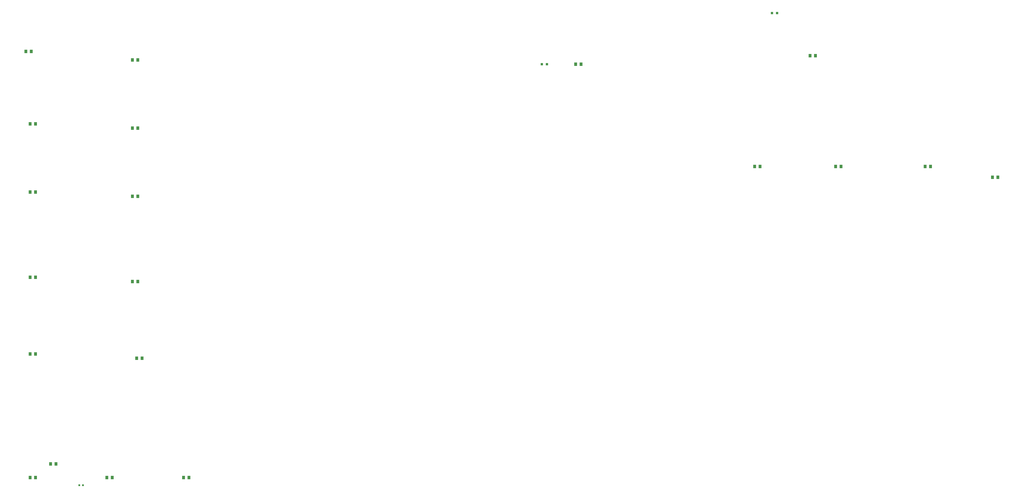
<source format=gbr>
G04 EAGLE Gerber RS-274X export*
G75*
%MOIN*%
%FSLAX34Y34*%
%LPD*%
%INSolderpaste Top*%
%IPPOS*%
%AMOC8*
5,1,8,0,0,1.08239X$1,22.5*%
G01*
%ADD10R,0.031496X0.031496*%
%ADD11R,0.037400X0.040600*%
%ADD12R,0.024000X0.020000*%


D10*
X65295Y51000D03*
X64705Y51000D03*
X91705Y57000D03*
X92295Y57000D03*
D11*
X4815Y52500D03*
X4185Y52500D03*
X17315Y51500D03*
X16685Y51500D03*
X5315Y44000D03*
X4685Y44000D03*
X17315Y43500D03*
X16685Y43500D03*
X5315Y36000D03*
X4685Y36000D03*
X17315Y35500D03*
X16685Y35500D03*
X5315Y26000D03*
X4685Y26000D03*
X17315Y25500D03*
X16685Y25500D03*
X5315Y17000D03*
X4685Y17000D03*
X17815Y16500D03*
X17185Y16500D03*
X96185Y52000D03*
X96815Y52000D03*
X89685Y39000D03*
X90315Y39000D03*
X99185Y39000D03*
X99815Y39000D03*
X109685Y39000D03*
X110315Y39000D03*
X117585Y37750D03*
X118215Y37750D03*
X68685Y51000D03*
X69315Y51000D03*
X5315Y2500D03*
X4685Y2500D03*
X14315Y2500D03*
X13685Y2500D03*
X23315Y2500D03*
X22685Y2500D03*
X7085Y4100D03*
X7715Y4100D03*
D12*
X10430Y1600D03*
X10870Y1600D03*
M02*

</source>
